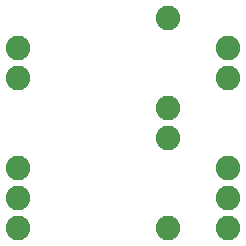
<source format=gbr>
G04 EAGLE Gerber RS-274X export*
G75*
%MOMM*%
%FSLAX34Y34*%
%LPD*%
%INSoldermask Bottom*%
%IPPOS*%
%AMOC8*
5,1,8,0,0,1.08239X$1,22.5*%
G01*
%ADD10C,2.082800*%


D10*
X190500Y165100D03*
X190500Y139700D03*
X12700Y165100D03*
X12700Y139700D03*
X12700Y12700D03*
X12700Y38100D03*
X12700Y63500D03*
X190500Y12700D03*
X190500Y38100D03*
X190500Y63500D03*
X139700Y88900D03*
X139700Y12700D03*
X139700Y114300D03*
X139700Y190500D03*
M02*

</source>
